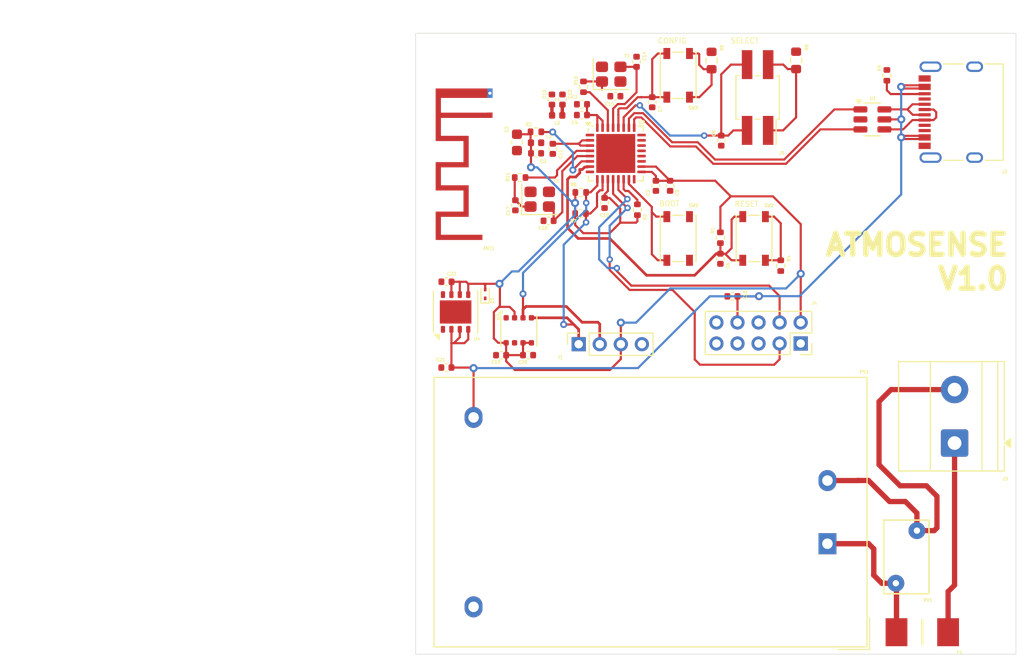
<source format=kicad_pcb>
(kicad_pcb (version 20241229) (generator "pcbnew") (generator_version "9.0")
  (layers (0 "F.Cu" signal) (4 "In1.Cu" signal) (6 "In2.Cu" signal) (2 "B.Cu" signal) (13 "F.Paste" user) (15 "B.Paste" user) (5 "F.SilkS" user "F.Silkscreen") (7 "B.SilkS" user "B.Silkscreen") (1 "F.Mask" user) (3 "B.Mask" user) (25 "Edge.Cuts" user))
  (net 0 "")
  (net 1 "GND")
  (net 2 "/RF_ANT")
  (net 3 "/CHIP_EN")
  (net 4 "/CFG_SW")
  (net 5 "/SEL_SW")
  (net 6 "/VDD3P3ESP")
  (net 7 "/LNA_IN")
  (net 8 "/XTAL_N")
  (net 9 "Net-(C15-Pad1)")
  (net 10 "/XTAL_32_N")
  (net 11 "Net-(C17-Pad1)")
  (net 12 "+5V")
  (net 13 "+3.3V")
  (net 14 "/CC1")
  (net 15 "/D-")
  (net 16 "/D+")
  (net 19 "Net-(J3-Pin_2)")
  (net 20 "Net-(J3-Pin_1)")
  (net 21 "Net-(PS1-AC{slash}L)")
  (net 22 "/GPI08")
  (net 23 "/GPI02")
  (net 24 "Net-(R4-Pad1)")
  (net 25 "Net-(R5-Pad1)")
  (net 26 "/SCL")
  (net 27 "/SDA")
  (net 28 "/XTAL_P")
  (net 29 "/XTAL_32_P")
  (net 30 "/GPI09")
  (net 32 "/USB_DP")
  (net 33 "/RX_PMS")
  (net 40 "/USB_DN")
  (net 41 "/TX_PMS")
  (net 48 "Net-(J5-Pin_1)")
  (footprint "Connector_PinSocket_2.00mm:PinSocket_2x02_P2.00mm_Vertical_SMD" (layer "F.Cu") (at 131.471448 57.106701 -90)
    (property "Reference" "J5")
    (property "Value" "Conn_01x04_Pin")
  )
  (footprint "Resistor_SMD:R_0402_1005Metric" (layer "F.Cu") (at 143.743082 55 90)
    (property "Reference" "R9")
    (property "Value" "5K1")
  )
  (footprint "Capacitor_SMD:C_0402_1005Metric" (layer "F.Cu") (at 128.017424 61.205025 -90)
    (property "Reference" "C8")
    (property "Value" "1uF")
  )
  (footprint "Resistor_SMD:R_0402_1005Metric" (layer "F.Cu") (at 114.673191 66.121703)
    (property "Reference" "R8")
    (property "Value" "2.2K")
  )
  (footprint "Resistor_SMD:R_0402_1005Metric" (layer "F.Cu") (at 133.66594 73.088173 -90)
    (property "Reference" "R4")
    (property "Value" "1K")
  )
  (footprint "Capacitor_SMD:C_0402_1005Metric" (layer "F.Cu") (at 117.964848 56.982479)
    (property "Reference" "C15")
    (property "Value" "10pF")
  )
  (footprint "Capacitor_SMD:C_0402_1005Metric" (layer "F.Cu") (at 107.113967 81.595202 180)
    (property "Reference" "C19")
    (property "Value" "100nF")
  )
  (footprint "Button_Switch_SMD:SW_SPST_PTS810" (layer "F.Cu") (at 123.926738 70.5 90)
    (property "Reference" "SW1")
    (property "Value" "SW_Push")
  )
  (footprint "Capacitor_SMD:C_0402_1005Metric" (layer "F.Cu") (at 112.94 57.302499 90)
    (property "Reference" "C13")
    (property "Value" "TBD")
  )
  (footprint "Capacitor_SMD:C_0402_1005Metric" (layer "F.Cu") (at 101.927564 74.614879 180)
    (property "Reference" "C22")
    (property "Value" "10nF")
  )
  (footprint "Resistor_SMD:R_0402_1005Metric" (layer "F.Cu") (at 108.919431 64.709805)
    (property "Reference" "R11")
    (property "Value" "0R")
  )
  (footprint "Capacitor_SMD:C_0402_1005Metric" (layer "F.Cu") (at 119.976792 53.711458 -90)
    (property "Reference" "C14")
    (property "Value" "10pF")
  )
  (footprint "Capacitor_SMD:C_0402_1005Metric" (layer "F.Cu") (at 121.812019 65.5 -90)
    (property "Reference" "C2")
    (property "Value" "100nF")
  )
  (footprint "Resistor_SMD:R_0402_1005Metric" (layer "F.Cu") (at 120.055412 67.770879 -90)
    (property "Reference" "R2")
    (property "Value" "45K")
  )
  (footprint "Connector_USB:USB_C_Receptacle_XKB_U262-16XN-4BVC11" (layer "F.Cu") (at 151 58.5 90)
    (property "Reference" "J2")
    (property "Value" "USB-C")
  )
  (footprint "Diode_SMD:D_SOD-923" (layer "F.Cu") (at 105.604355 75.774407 90)
    (property "Reference" "D1")
    (property "Value" "ESD")
  )
  (footprint "TerminalBlock_Phoenix:TerminalBlock_Phoenix_MKDS-1,5-2-5.08_1x02_P5.08mm_Horizontal" (layer "F.Cu") (at 150.1725 89.943514 90)
    (property "Reference" "J3")
    (property "Value" "TB007-508-02BE")
  )
  (footprint "Resistor_SMD:R_0402_1005Metric" (layer "F.Cu") (at 114.656915 68.131783)
    (property "Reference" "R7")
    (property "Value" "2.2K")
  )
  (footprint "Capacitor_SMD:C_0402_1005Metric" (layer "F.Cu") (at 127.93577 72.430478 -90)
    (property "Reference" "C6")
    (property "Value" "1uF")
  )
  (footprint "Inductor_SMD:L_0402_1005Metric" (layer "F.Cu") (at 110.433168 61.407817)
    (property "Reference" "L1")
    (property "Value" "2nH")
  )
  (footprint "Capacitor_SMD:C_0402_1005Metric" (layer "F.Cu") (at 109.676121 81.589189)
    (property "Reference" "C20")
    (property "Value" "1uF")
  )
  (footprint "Capacitor_SMD:C_0402_1005Metric" (layer "F.Cu") (at 110.433168 62.407817)
    (property "Reference" "C5")
    (property "Value" "100nF")
  )
  (footprint "Capacitor_SMD:C_0402_1005Metric" (layer "F.Cu") (at 129.080013 76.001732 180)
    (property "Reference" "C18")
    (property "Value" "10uF")
  )
  (footprint "Capacitor_SMD:C_0402_1005Metric" (layer "F.Cu") (at 111.94 57.302499 90)
    (property "Reference" "C12")
    (property "Value" "TBD")
  )
  (footprint "Resistor_SMD:R_0402_1005Metric" (layer "F.Cu") (at 127.937187 70.430478 -90)
    (property "Reference" "R1")
    (property "Value" "10K")
  )
  (footprint "Capacitor_SMD:C_0603_1608Metric" (layer "F.Cu") (at 108.619165 61.373628 -90)
    (property "Reference" "C3")
    (property "Value" "10uF")
  )
  (footprint "Capacitor_SMD:C_0402_1005Metric" (layer "F.Cu") (at 108.469641 67.351364 -90)
    (property "Reference" "C17")
    (property "Value" "18pF")
  )
  (footprint "Button_Switch_SMD:SW_SPST_PTS810" (layer "F.Cu") (at 123.925 55 -90)
    (property "Reference" "SW3")
    (property "Value" "SW_Push")
  )
  (footprint "Capacitor_SMD:C_0402_1005Metric" (layer "F.Cu") (at 116.937602 67.126371 -90)
    (property "Reference" "C10")
    (property "Value" "100nF")
  )
  (footprint "Inductor_SMD:L_0402_1005Metric" (layer "F.Cu") (at 112.44 58.802499)
    (property "Reference" "L2")
    (property "Value" "TBD")
  )
  (footprint "RF_Antenna:Texas_SWRA117D_2.4GHz_Left" (layer "F.Cu") (at 106.05 58.797141 90)
    (property "Reference" "ANT1")
    (property "Value" "PCB_ANT")
  )
  (footprint "Capacitor_SMD:C_0402_1005Metric" (layer "F.Cu") (at 114.79485 57.748191 180)
    (property "Reference" "C1")
    (property "Value" "1uF")
  )
  (footprint "Capacitor_SMD:C_0402_1005Metric" (layer "F.Cu") (at 101.918706 82.769644 180)
    (property "Reference" "C21")
    (property "Value" "10nF")
  )
  (footprint "Capacitor_SMD:C_0402_1005Metric" (layer "F.Cu") (at 111.624133 68.822745)
    (property "Reference" "C16")
    (property "Value" "18pF")
  )
  (footprint "Converter_ACDC:Converter_ACDC_Hi-Link_HLK-5Mxx" (layer "F.Cu") (at 138.1 99.507463 180)
    (property "Reference" "PS1")
    (property "Value" "HLK-5M05")
  )
  (footprint "Resistor_SMD:R_0402_1005Metric" (layer "F.Cu") (at 114.935952 56.092135 -90)
    (property "Reference" "R10")
    (property "Value" "0R")
  )
  (footprint "Resistor_SMD:R_0603_1608Metric" (layer "F.Cu") (at 135.125018 53.578862 90)
    (property "Reference" "R6")
    (property "Value" "1K")
  )
  (footprint "Capacitor_SMD:C_0402_1005Metric" (layer "F.Cu") (at 112.020682 61.983313 -90)
    (property "Reference" "C11")
    (property "Value" "100nF")
  )
  (footprint "Resistor_SMD:R_0402_1005Metric" (layer "F.Cu") (at 110.420215 60.370245 180)
    (property "Reference" "R3")
    (property "Value" "45K")
  )
  (footprint "Capacitor_SMD:C_0402_1005Metric" (layer "F.Cu") (at 114.790344 58.773162 180)
    (property "Reference" "C4")
    (property "Value" "10nF")
  )
  (footprint "Connector_PinSocket_2.00mm:PinSocket_2x05_P2.00mm_Vertical" (layer "F.Cu") (at 135.559827 80.482831 -90)
    (property "Reference" "J4")
    (property "Value" "Conn_02x05_Top_Bottom")
  )
  (footprint "Connector_PinSocket_2.00mm:PinSocket_1x04_P2.00mm_Vertical" (layer "F.Cu") (at 114.481649 80.549155 90)
    (property "Reference" "J1")
    (property "Value" "Conn_01x04_Pin")
  )
  (footprint "Capacitor_SMD:C_0402_1005Metric" (layer "F.Cu") (at 123.161796 65.495554 -90)
    (property "Reference" "C9")
    (property "Value" "1uF")
  )
  (footprint "Package_LGA:Bosch_LGA-8_3x3mm_P0.8mm_ClockwisePinNumbering" (layer "F.Cu") (at 108.793615 79.228632)
    (property "Reference" "U3")
    (property "Value" "BME680")
  )
  (footprint "Resistor_SMD:R_0603_1608Metric" (layer "F.Cu") (at 127.097706 53.594203 90)
    (property "Reference" "R5")
    (property "Value" "1K")
  )
  (footprint "SamacSys_Parts:FUSC6125X236N" (layer "F.Cu") (at 147.10771 107.916677 180)
    (property "Reference" "F1")
    (property "Value" "SF-2410SP050W-2" (hide yes))
  )
  (footprint "Button_Switch_SMD:SW_SPST_PTS810" (layer "F.Cu") (at 131.135851 70.5 90)
    (property "Reference" "SW2")
    (property "Value" "SW_Push")
  )
  (footprint "Crystal:Crystal_SMD_2520-4Pin_2.5x2.0mm" (layer "F.Cu") (at 117.56898 54.889926)
    (property "Reference" "Y1")
    (property "Value" "ECS-400-10-36B2-CKM-TR")
  )
  (footprint "Varistor:RV_Disc_D7mm_W4.3mm_P5mm" (layer "F.Cu") (at 144.596913 103.264765 90)
    (property "Reference" "RV1")
    (property "Value" "Varistor")
  )
  (footprint "Crystal:Crystal_SMD_2520-4Pin_2.5x2.0mm" (layer "F.Cu") (at 110.784159 66.770245)
    (property "Reference" "Y2")
    (property "Value" "Crystal")
  )
  (footprint "Package_TO_SOT_SMD:SOT-23-6" (layer "F.Cu") (at 142.370791 59.187496)
    (property "Reference" "U1")
    (property "Value" "USBLC6-2SC6")
  )
  (footprint "Package_DFN_QFN:QFN-32-1EP_5x5mm_P0.5mm_EP3.7x3.7mm" (layer "F.Cu") (at 118 62.425)
    (property "Reference" "U2")
    (property "Value" "ESP32-C3FH4")
  )
  (footprint "Capacitor_SMD:C_0402_1005Metric" (layer "F.Cu") (at 121.461848 57.556134 -90)
    (property "Reference" "C7")
    (property "Value" "1uF")
  )
  (footprint "Package_SON:WSON-8-1EP_4x4mm_P0.8mm_EP2.2x3mm" (layer "F.Cu") (at 102.793678 77.48625 90)
    (property "Reference" "U4")
    (property "Value" "LM1117LD-3.3")
  )
  (gr_rect (start 99 51) (end 156 110) (stroke (width 0.05)) (fill no) (layer "Edge.Cuts"))
  (gr_text "BOOT" (at 122.087006 67.480766 0) (layer "F.SilkS") (effects (font (size 0.5 0.5) (thickness 0.075)) (justify left bottom)))
  (gr_text "ATMOSENSE\nV1.0" (at 155.5 75.5 0) (layer "F.SilkS") (effects (font (size 2 2) (thickness 0.5) (bold yes)) (justify right bottom)))
  (gr_text "SELECT" (at 128.869886 52 0) (layer "F.SilkS") (effects (font (size 0.5 0.5) (thickness 0.075)) (justify left bottom)))
  (gr_text "RESET" (at 129.257668 67.512818 0) (layer "F.SilkS") (effects (font (size 0.5 0.5) (thickness 0.075)) (justify left bottom)))
  (gr_text "CONFIG" (at 121.963463 52.007113 0) (layer "F.SilkS") (effects (font (size 0.5 0.5) (thickness 0.075)) (justify left bottom)))
  (segment (start 111.94 58.787499) (end 111.955 58.802499) (width 0.32512) (layer "F.Cu") (net 2))
  (segment (start 111.94 57.782499) (end 111.94 58.787499) (width 0.32512) (layer "F.Cu") (net 2))
  (segment (start 114.198961 64.6614) (end 113.651039 64.6614) (width 0.254) (layer "F.Cu") (net 3))
  (segment (start 120.925 74) (end 125.493449 74) (width 0.254) (layer "F.Cu") (net 3))
  (segment (start 114.5864 63.950672) (end 114.5864 64.273961) (width 0.254) (layer "F.Cu") (net 3))
  (segment (start 113.64482 64.65518) (end 113.425 64.875) (width 0.254) (layer "F.Cu") (net 3))
  (segment (start 115.047692 63.7188) (end 114.8188 63.947692) (width 0.254) (layer "F.Cu") (net 3))
  (segment (start 129.273073 68.425) (end 130.060851 68.425) (width 0.2032) (layer "F.Cu") (net 3))
  (segment (start 128.675 72.25) (end 129 72.575) (width 0.2032) (layer "F.Cu") (net 3))
  (segment (start 113.651039 64.6614) (end 113.64482 64.65518) (width 0.254) (layer "F.Cu") (net 3))
  (segment (start 114.5864 64.273961) (end 114.198961 64.6614) (width 0.254) (layer "F.Cu") (net 3))
  (segment (start 115.312593 63.675) (end 115.268793 63.7188) (width 0.254) (layer "F.Cu") (net 3))
  (segment (start 127.937187 71.949061) (end 127.93577 71.950478) (width 0.2032) (layer "F.Cu") (net 3))
  (segment (start 129 68.698073) (end 129.273073 68.425) (width 0.2032) (layer "F.Cu") (net 3))
  (segment (start 114.425 70.5) (end 117.425 70.5) (width 0.254) (layer "F.Cu") (net 3))
  (segment (start 127.937187 70.940478) (end 127.937187 71.949061) (width 0.2032) (layer "F.Cu") (net 3))
  (segment (start 125.493449 74) (end 127.542971 71.950478) (width 0.254) (layer "F.Cu") (net 3))
  (segment (start 115.268793 63.7188) (end 115.047692 63.7188) (width 0.254) (layer "F.Cu") (net 3))
  (segment (start 127.93577 71.950478) (end 128.375478 71.950478) (width 0.2032) (layer "F.Cu") (net 3))
  (segment (start 113.425 64.875) (end 113.425 69.5) (width 0.254) (layer "F.Cu") (net 3))
  (segment (start 128.425 72) (end 129 71.425) (width 0.2032) (layer "F.Cu") (net 3))
  (segment (start 117.425 70.5) (end 120.925 74) (width 0.254) (layer "F.Cu") (net 3))
  (segment (start 127.542971 71.950478) (end 127.93577 71.950478) (width 0.254) (layer "F.Cu") (net 3))
  (segment (start 114.58938 63.947692) (end 114.5864 63.950672) (width 0.254) (layer "F.Cu") (net 3))
  (segment (start 129 71.425) (end 129 68.698073) (width 0.2032) (layer "F.Cu") (net 3))
  (segment (start 114.8188 63.947692) (end 114.58938 63.947692) (width 0.254) (layer "F.Cu") (net 3))
  (segment (start 128.375478 71.950478) (end 128.425 72) (width 0.2032) (layer "F.Cu") (net 3))
  (segment (start 115.55 63.675) (end 115.312593 63.675) (width 0.254) (layer "F.Cu") (net 3))
  (segment (start 129 72.575) (end 130.060851 72.575) (width 0.2032) (layer "F.Cu") (net 3))
  (segment (start 128.425 72) (end 128.675 72.25) (width 0.2032) (layer "F.Cu") (net 3))
  (segment (start 113.425 69.5) (end 114.425 70.5) (width 0.254) (layer "F.Cu") (net 3))
  (segment (start 118.247458 58.746346) (end 118.247458 58.25143) (width 0.2032) (layer "F.Cu") (net 4))
  (segment (start 122.848866 57.076134) (end 122.85 57.075) (width 0.2032) (layer "F.Cu") (net 4))
  (segment (start 120.427246 57.076134) (end 121.461848 57.076134) (width 0.2032) (layer "F.Cu") (net 4))
  (segment (start 118.25 59.975) (end 118.25 58.748888) (width 0.2032) (layer "F.Cu") (net 4))
  (segment (start 120.425 57.073888) (end 120.427246 57.076134) (width 0.2032) (layer "F.Cu") (net 4))
  (segment (start 122 52.925) (end 122.85 52.925) (width 0.2032) (layer "F.Cu") (net 4))
  (segment (start 121.461848 53.463152) (end 122 52.925) (width 0.2032) (layer "F.Cu") (net 4))
  (segment (start 119.027868 58.134055) (end 120.085241 57.076682) (width 0.2032) (layer "F.Cu") (net 4))
  (segment (start 118.364833 58.134055) (end 119.027868 58.134055) (width 0.2032) (layer "F.Cu") (net 4))
  (segment (start 120.085241 57.076682) (end 120.422206 57.076682) (width 0.2032) (layer "F.Cu") (net 4))
  (segment (start 118.25 58.748888) (end 118.247458 58.746346) (width 0.2032) (layer "F.Cu") (net 4))
  (segment (start 121.461848 57.076134) (end 121.461848 53.463152) (width 0.2032) (layer "F.Cu") (net 4))
  (segment (start 121.461848 57.076134) (end 122.848866 57.076134) (width 0.2032) (layer "F.Cu") (net 4))
  (segment (start 122.848497 57.076503) (end 122.85 57.075) (width 0.2032) (layer "F.Cu") (net 4))
  (segment (start 120.422206 57.076682) (end 120.425 57.073888) (width 0.2032) (layer "F.Cu") (net 4))
  (segment (start 118.247458 58.25143) (end 118.364833 58.134055) (width 0.2032) (layer "F.Cu") (net 4))
  (segment (start 118.75 58.988073) (end 118.75 59.975) (width 0.2032) (layer "F.Cu") (net 5))
  (segment (start 129.173535 60.231701) (end 130.471448 60.231701) (width 0.2032) (layer "F.Cu") (net 5))
  (segment (start 128.016586 60.724187) (end 128.017424 60.725025) (width 0.2032) (layer "F.Cu") (net 5))
  (segment (start 128.017424 54.907576) (end 128.943299 53.981701) (width 0.2032) (layer "F.Cu") (net 5))
  (segment (start 130.458213 60.244936) (end 130.471448 60.231701) (width 0.2032) (layer "F.Cu") (net 5))
  (segment (start 120.280679 57.853859) (end 119.884214 57.853859) (width 0.2032) (layer "F.Cu") (net 5))
  (segment (start 128.943299 53.981701) (end 130.471448 53.981701) (width 0.2032) (layer "F.Cu") (net 5))
  (segment (start 128.680211 60.725025) (end 129.173535 60.231701) (width 0.2032) (layer "F.Cu") (net 5))
  (segment (start 128.017424 60.725025) (end 128.017424 54.907576) (width 0.2032) (layer "F.Cu") (net 5))
  (segment (start 128.017424 60.725025) (end 128.680211 60.725025) (width 0.2032) (layer "F.Cu") (net 5))
  (segment (start 126.399201 60.724187) (end 128.016586 60.724187) (width 0.2032) (layer "F.Cu") (net 5))
  (segment (start 119.884214 57.853859) (end 118.75 58.988073) (width 0.2032) (layer "F.Cu") (net 5))
  (via (at 120.280679 57.853859) (size 0.6096) (drill 0.3048) (layers "F.Cu" "B.Cu") (net 5))
  (via (at 126.399201 60.724187) (size 0.6096) (drill 0.3048) (layers "F.Cu" "B.Cu") (net 5))
  (segment (start 123.151007 60.724187) (end 126.399201 60.724187) (width 0.2032) (layer "B.Cu") (net 5))
  (segment (start 120.280679 57.853859) (end 123.151007 60.724187) (width 0.2032) (layer "B.Cu") (net 5))
  (segment (start 114.657886 61.675) (end 115.55 61.675) (width 0.2032) (layer "F.Cu") (net 6))
  (segment (start 112.020682 61.503313) (end 114.486199 61.503313) (width 0.2032) (layer "F.Cu") (net 6))
  (segment (start 114.486199 61.503313) (end 114.657886 61.675) (width 0.2032) (layer "F.Cu") (net 6))
  (segment (start 115.55 61.175) (end 114.814512 61.175) (width 0.2032) (layer "F.Cu") (net 6))
  (segment (start 114.814512 61.175) (end 114.486199 61.503313) (width 0.2032) (layer "F.Cu") (net 6))
  (segment (start 112.925 57.797499) (end 112.94 57.782499) (width 0.32512) (layer "F.Cu") (net 7))
  (segment (start 112.925 58.802499) (end 112.925 57.797499) (width 0.32512) (layer "F.Cu") (net 7))
  (segment (start 119.976792 56.611243) (end 119.976792 54.191458) (width 0.2) (layer "F.Cu") (net 8))
  (segment (start 119.976792 54.191458) (end 118.445512 54.191458) (width 0.2) (layer "F.Cu") (net 8))
  (segment (start 117.75 59.975) (end 117.75 58.175) (width 0.2) (layer "F.Cu") (net 8))
  (segment (start 118.445512 54.191458) (end 118.44398 54.189926) (width 0.2) (layer "F.Cu") (net 8))
  (segment (start 118.196745 57.728255) (end 118.85978 57.728255) (width 0.2) (layer "F.Cu") (net 8))
  (segment (start 118.75813 54.225344) (end 118.756598 54.223812) (width 0.2) (layer "F.Cu") (net 8))
  (segment (start 117.75 58.175) (end 118.196745 57.728255) (width 0.2) (layer "F.Cu") (net 8))
  (segment (start 118.85978 57.728255) (end 119.976792 56.611243) (width 0.2) (layer "F.Cu") (net 8))
  (segment (start 117.002135 55.628275) (end 117.006598 55.623812) (width 0.2032) (layer "F.Cu") (net 9))
  (segment (start 117.002923 55.627487) (end 117.006598 55.623812) (width 0.2032) (layer "F.Cu") (net 9))
  (segment (start 117.002101 55.628309) (end 117.006598 55.623812) (width 0.2032) (layer "F.Cu") (net 9))
  (segment (start 116.69398 55.589926) (end 116.69398 56.341321) (width 0.2032) (layer "F.Cu") (net 9))
  (segment (start 116.69398 56.341321) (end 116.693517 56.341784) (width 0.2032) (layer "F.Cu") (net 9))
  (segment (start 116.686189 55.582135) (end 116.69398 55.589926) (width 0.2032) (layer "F.Cu") (net 9))
  (segment (start 114.935952 55.582135) (end 116.686189 55.582135) (width 0.2032) (layer "F.Cu") (net 9))
  (segment (start 112.104133 67.915219) (end 111.659159 67.470245) (width 0.2) (layer "F.Cu") (net 10))
  (segment (start 112.925 68.001878) (end 112.925 64.102822) (width 0.2) (layer "F.Cu") (net 10))
  (segment (start 112.104133 68.822745) (end 112.925 68.001878) (width 0.2) (layer "F.Cu") (net 10))
  (segment (start 114.352822 62.675) (end 115.55 62.675) (width 0.2) (layer "F.Cu") (net 10))
  (segment (start 112.925 64.102822) (end 114.352822 62.675) (width 0.2) (layer "F.Cu") (net 10))
  (segment (start 112.104133 68.822745) (end 112.104133 67.915219) (width 0.2) (layer "F.Cu") (net 10))
  (segment (start 109.068522 67.470245) (end 108.469641 66.871364) (width 0.2032) (layer "F.Cu") (net 11))
  (segment (start 108.409431 66.811154) (end 108.469641 66.871364) (width 0.2032) (layer "F.Cu") (net 11))
  (segment (start 109.909159 67.470245) (end 109.068522 67.470245) (width 0.2032) (layer "F.Cu") (net 11))
  (segment (start 108.409431 64.709805) (end 108.409431 66.811154) (width 0.2032) (layer "F.Cu") (net 11))
  (segment (start 145.260702 56.25) (end 147.33 56.25) (width 0.2032) (layer "F.Cu") (net 12))
  (segment (start 102.398706 80.455745) (end 102.398706 82.769644) (width 0.2032) (layer "F.Cu") (net 12))
  (segment (start 129.559827 76.365173) (end 129.559827 78.482831) (width 0.2032) (layer "F.Cu") (net 12))
  (segment (start 145.244272 55.95) (end 147.33 55.95) (width 0.2032) (layer "F.Cu") (net 12))
  (segment (start 129.560013 76.001732) (end 129.560013 76.364987) (width 0.2032) (layer "F.Cu") (net 12))
  (segment (start 103.993678 79.13625) (end 103.993678 80.086795) (width 0.2032) (layer "F.Cu") (net 12))
  (segment (start 145.099387 59.187496) (end 145.107522 59.179361) (width 0.2032) (layer "F.Cu") (net 12))
  (segment (start 145.102487 56.091785) (end 145.260702 56.25) (width 0.2032) (layer "F.Cu") (net 12))
  (segment (start 103.193678 79.886795) (end 102.62656 80.453913) (width 0.2032) (layer "F.Cu") (net 12))
  (segment (start 143.508291 59.187496) (end 145.099387 59.187496) (width 0.2032) (layer "F.Cu") (net 12))
  (segment (start 103.62656 80.453913) (end 102.62656 80.453913) (width 0.2032) (layer "F.Cu") (net 12))
  (segment (start 145.102487 56.091785) (end 145.244272 55.95) (width 0.2032) (layer "F.Cu") (net 12))
  (segment (start 129.560013 76.364987) (end 129.559827 76.365173) (width 0.2032) (layer "F.Cu") (net 12))
  (segment (start 103.993678 80.086795) (end 103.62656 80.453913) (width 0.2032) (layer "F.Cu") (net 12))
  (segment (start 102.400538 79.14311) (end 102.393678 79.13625) (width 0.2032) (layer "F.Cu") (net 12))
  (segment (start 145.244915 60.75) (end 145.102687 60.892228) (width 0.2032) (layer "F.Cu") (net 12))
  (segment (start 147.33 61.05) (end 145.260459 61.05) (width 0.2032) (layer "F.Cu") (net 12))
  (segment (start 131.603068 75.985873) (end 131.587209 76.001732) (width 0.2032) (layer "F.Cu") (net 12))
  (segment (start 147.33 60.75) (end 145.244915 60.75) (width 0.2032) (layer "F.Cu") (net 12))
  (segment (start 102.400538 80.453913) (end 102.400538 79.14311) (width 0.2032) (layer "F.Cu") (net 12))
  (segment (start 131.587209 76.001732) (end 129.560013 76.001732) (width 0.2032) (layer "F.Cu") (net 12))
  (segment (start 103.193678 79.13625) (end 103.193678 79.886795) (width 0.2032) (layer "F.Cu") (net 12))
  (segment (start 102.62656 80.453913) (end 102.400538 80.453913) (width 0.2032) (layer "F.Cu") (net 12))
  (segment (start 104.447036 82.769644) (end 104.5 82.822608) (width 0.2032) (layer "F.Cu") (net 12))
  (segment (start 102.400538 80.453913) (end 102.398706 80.455745) (width 0.2032) (layer "F.Cu") (net 12))
  (segment (start 104.5 82.822608) (end 104.5 87.507463) (width 0.2032) (layer "F.Cu") (net 12))
  (segment (start 102.398706 82.769644) (end 104.447036 82.769644) (width 0.2032) (layer "F.Cu") (net 12))
  (segment (start 145.260459 61.05) (end 145.102687 60.892228) (width 0.2032) (layer "F.Cu") (net 12))
  (via (at 145.107522 59.179361) (size 0.762) (drill 0.381) (layers "F.Cu" "B.Cu") (net 12))
  (via (at 145.102687 60.892228) (size 0.762) (drill 0.381) (layers "F.Cu" "B.Cu") (net 12))
  (via (at 145.102487 56.091785) (size 0.762) (drill 0.381) (layers "F.Cu" "B.Cu") (net 12))
  (via (at 131.603068 75.985873) (size 0.762) (drill 0.381) (layers "F.Cu" "B.Cu") (net 12))
  (via (at 104.5 82.822608) (size 0.762) (drill 0.381) (layers "F.Cu" "B.Cu") (net 12))
  (segment (start 145.102687 59.184196) (end 145.107522 59.179361) (width 0.2032) (layer "B.Cu") (net 12))
  (segment (start 131.588941 76) (end 131.603068 75.985873) (width 0.2032) (layer "B.Cu") (net 12))
  (segment (start 145.102487 56.091785) (end 145.102487 59.174326) (width 0.2032) (layer "B.Cu") (net 12))
  (segment (start 145.102687 60.892228) (end 145.102687 59.184196) (width 0.2032) (layer "B.Cu") (net 12))
  (segment (start 104.5 82.822608) (end 120.102392 82.822608) (width 0.2032) (layer "B.Cu") (net 12))
  (segment (start 131.603068 75.985873) (end 135.441093 75.985873) (width 0.2032) (layer "B.Cu") (net 12))
  (segment (start 135.441093 75.985873) (end 145.102687 66.324279) (width 0.2032) (layer "B.Cu") (net 12))
  (segment (start 120.102392 82.822608) (end 126.925 76) (width 0.2032) (layer "B.Cu") (net 12))
  (segment (start 145.102487 59.174326) (end 145.107522 59.179361) (width 0.2032) (layer "B.Cu") (net 12))
  (segment (start 126.925 76) (end 131.588941 76) (width 0.2032) (layer "B.Cu") (net 12))
  (segment (start 145.102687 66.324279) (end 145.102687 60.892228) (width 0.2032) (layer "B.Cu") (net 12))
  (segment (start 105.604355 74.931708) (end 105.479873 74.807226) (width 0.2032) (layer "F.Cu") (net 13))
  (segment (start 117.925 69.5) (end 117.425 70) (width 0.2032) (layer "F.Cu") (net 13))
  (segment (start 114.146915 69.221915) (end 114.146915 68.131783) (width 0.2032) (layer "F.Cu") (net 13))
  (segment (start 121.812019 65.02) (end 123.15735 65.02) (width 0.2032) (layer "F.Cu") (net 13))
  (segment (start 109.953168 62.407817) (end 109.953168 61.412817) (width 0.2032) (layer "F.Cu") (net 13))
  (segment (start 106.419425 80.005575) (end 106.425 80) (width 0.2032) (layer "F.Cu") (net 13))
  (segment (start 121.812019 65.02) (end 121.812019 64.562815) (width 0.2032) (layer "F.Cu") (net 13))
  (segment (start 109.196121 81.589189) (end 109.196121 80.418638) (width 0.2032) (layer "F.Cu") (net 13))
  (segment (start 135.564079 69.139079) (end 132.925 66.5) (width 0.2032) (layer "F.Cu") (net 13))
  (segment (start 123.15735 65.02) (end 123.161796 65.015554) (width 0.2032) (layer "F.Cu") (net 13))
  (segment (start 107.593967 80.416484) (end 107.593615 80.416132) (width 0.2032) (layer "F.Cu") (net 13))
  (segment (start 119.925 69) (end 118.425 69) (width 0.2032) (layer "F.Cu") (net 13))
  (segment (start 115.270344 58.773162) (end 115.270344 57.752697) (width 0.2032) (layer "F.Cu") (net 13))
  (segment (start 120.055412 68.869588) (end 119.925 69) (width 0.2032) (layer "F.Cu") (net 13))
  (segment (start 123.161796 65.015554) (end 123.152107 65.015554) (width 0.2032) (layer "F.Cu") (net 13))
  (segment (start 121.812019 64.562815) (end 121.424204 64.175) (width 0.2032) (layer "F.Cu") (net 13))
  (segment (start 102.393678 74.628765) (end 102.407564 74.614879) (width 0.2032) (layer "F.Cu") (net 13))
  (segment (start 104.773438 74.806845) (end 104.773057 74.807226) (width 0.2032) (layer "F.Cu") (net 13))
  (segment (start 109.681832 60.598628) (end 109.910215 60.370245) (width 0.2032) (layer "F.Cu") (net 13))
  (segment (start 135.559827 75.961872) (end 135.559827 76) (width 0.2032) (layer "F.Cu") (net 13))
  (segment (start 128.925 66.5) (end 127.937187 67.487813) (width 0.2032) (layer "F.Cu") (net 13))
  (segment (start 118.481649 78.5) (end 118.481649 80.549155) (width 0.2032) (layer "F.Cu") (net 13))
  (segment (start 114.163191 67.103697) (end 114.1362 67.130688) (width 0.2032) (layer "F.Cu") (net 13))
  (segment (start 120.055412 68.280879) (end 120.055412 68.869588) (width 0.2032) (layer "F.Cu") (net 13))
  (segment (start 109.196121 81.589189) (end 107.59998 81.589189) (width 0.2032) (layer "F.Cu") (net 13))
  (segment (start 109.196121 80.418638) (end 109.193615 80.416132) (width 0.2032) (layer "F.Cu") (net 13))
  (segment (start 109.910215 60.370245) (end 109.910215 61.369864) (width 0.2032) (layer "F.Cu") (net 13))
  (segment (start 107.593967 81.595202) (end 107.593967 80.416484) (width 0.2032) (layer "F.Cu") (net 13))
  (segment (start 117.25 64.875) (end 117.25 65.999303) (width 0.2032) (layer "F.Cu") (net 13))
  (segment (start 132.925 66.5) (end 128.925 66.5) (width 0.2032) (layer "F.Cu") (net 13))
  (segment (start 106.425 80) (end 106.841132 80.416132) (width 0.2032) (layer "F.Cu") (net 13))
  (segment (start 114.146915 67.141403) (end 114.1362 67.130688) (width 0.2032) (layer "F.Cu") (net 13))
  (segment (start 117.25 65.999303) (end 116.937602 66.311701) (width 0.2032) (layer "F.Cu") (net 13))
  (segment (start 107.593967 81.595202) (end 107.593967 82.168967) (width 0.2032) (layer "F.Cu") (net 13))
  (segment (start 102.393678 75.83625) (end 102.393678 74.628765) (width 0.2032) (layer "F.Cu") (net 13))
  (segment (start 109.952571 62.408414) (end 109.953168 62.407817) (width 0.2032) (layer "F.Cu") (net 13))
  (segment (start 106.925 77) (end 106.425 77.5) (width 0.2032) (layer "F.Cu") (net 13))
  (segment (start 114.163191 66.121703) (end 114.163191 67.103697) (width 0.2032) (layer "F.Cu") (net 13))
  (segment (start 103.993678 75.83625) (end 103.993678 74.807226) (width 0.2032) (layer "F.Cu") (net 13))
  (segment (start 135.564079 73.860921) (end 135.564079 75.995748) (width 0.2032) (layer "F.Cu") (net 13))
  (segment (start 128.925 66.5) (end 127.440554 65.015554) (width 0.2032) (layer "F.Cu") (net 13))
  (segment (start 104.773057 74.807226) (end 103.993678 74.807226) (width 0.2032) (layer "F.Cu") (net 13))
  (segment (start 106.961061 74.807226) (end 107 74.846165) (width 0.2032) (layer "F.Cu") (net 13))
  (segment (start 117.442207 83) (end 118.481649 81.960559) (width 0.2032) (layer "F.Cu") (net 13))
  (segment (start 118.425 67.657519) (end 118.425 69) (width 0.2032) (layer "F.Cu") (net 13))
  (segment (start 118.481649 81.960559) (end 118.481649 80.549155) (width 0.2032) (layer "F.Cu") (net 13))
  (segment (start 106.425 77.5) (end 106.425 80) (width 0.2032) (layer "F.Cu") (net 13))
  (segment (start 106.841132 80.416132) (end 107.593615 80.416132) (width 0.2032) (layer "F.Cu") (net 13))
  (segment (start 117.425 70) (end 114.925 70) (width 0.2032) (layer "F.Cu") (net 13))
  (segment (start 105.604355 75.354407) (end 105.604355 74.931708) (width 0.2032) (layer "F.Cu") (net 13))
  (segment (start 106.961061 74.807226) (end 105.479873 74.807226) (width 0.2032) (layer "F.Cu") (net 13))
  (segment (start 105.479873 74.807226) (end 104.773057 74.807226) (width 0.2032) (layer "F.Cu") (net 13))
  (segment (start 114.146915 68.131783) (end 114.146915 67.141403) (width 0.2032) (layer "F.Cu") (net 13))
  (segment (start 121.811553 63.675) (end 120.45 63.675) (width 0.2032) (layer "F.Cu") (net 13))
  (segment (start 121.424204 64.175) (end 120.45 64.175) (width 0.2032) (layer "F.Cu") (net 13))
  (segment (start 116.75 59.975) (end 116.75 59.325) (width 0.2032) (layer "F.Cu") (net 13))
  (segment (start 103.193678 74.682132) (end 103.12656 74.615014) (width 0.2032) (layer "F.Cu") (net 13))
  (segment (start 107.925 77) (end 107 77) (width 0.2032) (layer "F.Cu") (net 13))
  (segment (start 107 77) (end 106.925 77) (width 0.2032) (layer "F.Cu") (net 13))
  (segment (start 115.270344 57.752697) (end 115.27485 57.748191) (width 0.2032) (layer "F.Cu") (net 13))
  (segment (start 108.393615 77.468615) (end 107.925 77) (width 0.2032) (layer "F.Cu") (net 13))
  (segment (start 117.413852 66.646371) (end 118.425 67.657519) (width 0.2032) (layer "F.Cu") (net 13))
  (segment (start 116.25 58.825) (end 116.198162 58.773162) (width 0.2032) (layer "F.Cu") (net 13))
  (segment (start 108.619165 60.598628) (end 109.681832 60.598628) (width 0.2032) (layer "F.Cu") (net 13))
  (segment (start 116.937602 66.646371) (end 117.413852 66.646371) (width 0.2032) (layer "F.Cu") (net 13))
  (segment (start 127.440554 65.015554) (end 123.161796 65.015554) (width 0.2032) (layer "F.Cu") (net 13))
  (segment (start 117.925 69.5) (end 118.425 69) (width 0.2032) (layer "F.Cu") (net 13))
  (segment (start 102.393678 74.531012) (end 102.396189 74.528501) (width 0.2032) (layer "F.Cu") (net 13))
  (segment (start 109.952571 63.7357) (end 109.952571 62.408414) (width 0.2032) (layer "F.Cu") (net 13))
  (segment (start 127.937187 67.487813) (end 127.937187 69.920478) (width 0.2032) (layer "F.Cu") (net 13))
  (segment (start 107.59998 81.589189) (end 107.593967 81.595202) (width 0.2032) (layer "F.Cu") (net 13))
  (segment (start 108.393615 78.041132) (end 108.393615 77.468615) (width 0.2032) (layer "F.Cu") (net 13))
  (segment (start 116.25 59.975) (end 116.25 58.825) (width 0.2032) (layer "F.Cu") (net 13))
  (segment (start 107 74.846165) (end 107 77) (width 0.2032) (layer "F.Cu") (net 13))
  (segment (start 109.953168 61.412817) (end 109.948168 61.407817) (width 0.2032) (layer "F.Cu") (net 13))
  (segment (start 109.993615 80.416132) (end 109.193615 80.416132) (width 0.2032) (layer "F.Cu") (net 13))
  (segment (start 116.198162 58.773162) (end 115.270344 58.773162) (width 0.2032) (layer "F.Cu") (net 13))
  (segment (start 123.152107 65.015554) (end 121.811553 63.675) (width 0.2032) (layer "F.Cu") (net 13))
  (segment (start 102.407564 74.614879) (end 103.126425 74.614879) (width 0.2032) (layer "F.Cu") (net 13))
  (segment (start 103.801466 74.615014) (end 103.12656 74.615014) (width 0.2032) (layer "F.Cu") (net 13))
  (segment (start 103.126425 74.614879) (end 103.12656 74.615014) (width 0.2032) (layer "F.Cu") (net 13))
  (segment (start 103.993678 74.807226) (end 103.801466 74.615014) (width 0.2032) (layer "F.Cu") (net 13))
  (segment (start 135.564079 75.995748) (end 135.559827 76) (width 0.2032) (layer "F.Cu") (net 13))
  (segment (start 135.559827 76) (end 135.559827 78.482831) (width 0.2032) (layer "F.Cu") (net 13))
  (segment (start 108.425 83) (end 117.442207 83) (width 0.2032) (layer "F.Cu") (net 13))
  (segment (start 116.75 59.325) (end 116.198162 58.773162) (width 0.2032) (layer "F.Cu") (net 13))
  (segment (start 109.910215 61.369864) (end 109.948168 61.407817) (width 0.2032) (layer "F.Cu") (net 13))
  (segment (start 135.564079 73.860921) (end 135.564079 69.139079) (width 0.2032) (layer "F.Cu") (net 13))
  (segment (start 103.193678 75.83625) (end 103.193678 74.682132) (width 0.2032) (layer "F.Cu") (net 13))
  (segment (start 107.593967 82.168967) (end 108.425 83) (width 0.2032) (layer "F.Cu") (net 13))
  (segment (start 116.937602 66.311701) (end 116.937602 66.646371) (width 0.2032) (layer "F.Cu") (net 13))
  (segment (start 114.925 70) (end 114.146915 69.221915) (width 0.2032) (layer "F.Cu") (net 13))
  (via (at 135.564079 73.860921) (size 0.762) (drill 0.381) (layers "F.Cu" "B.Cu") (net 13))
  (via (at 106.961061 74.807226) (size 0.762) (drill 0.381) (layers "F.Cu" "B.Cu") (net 13))
  (via (at 109.952571 63.7357) (size 0.762) (drill 0.381) (layers "F.Cu" "B.Cu") (net 13))
  (via (at 118.481649 78.5) (size 0.762) (drill 0.381) (layers "F.Cu" "B.Cu") (net 13))
  (via (at 114.1362 67.130688) (size 0.762) (drill 0.381) (layers "F.Cu" "B.Cu") (net 13))
  (segment (start 108.134144 73.634143) (end 108.760897 73.634143) (width 0.2032) (layer "B.Cu") (net 13))
  (segment (start 119.925 78.5) (end 118.481649 78.5) (width 0.2032) (layer "B.Cu") (net 13))
  (segment (start 114.1362 67.130688) (end 113.926742 67.130688) (width 0.2032) (layer "B.Cu") (net 13))
  (segment (start 135.564079 73.860921) (end 134.173701 75.251299) (width 0.2032) (layer "B.Cu") (net 13))
  (segment (start 134.173701 75.251299) (end 123.173701 75.251299) (width 0.2032) (layer "B.Cu") (net 13))
  (segment (start 114.1362 68.265937) (end 114.1362 67.130688) (width 0.2032) (layer "B.Cu") (net 13))
  (segment (start 110.531754 63.7357) (end 109.952571 63.7357) (width 0.2032) (layer "B.Cu") (net 13))
  (segment (start 113.926742 67.130688) (end 110.531754 63.7357) (width 0.2032) (layer "B.Cu") (net 13))
  (segment (start 108.760897 73.634143) (end 112.82044 69.5746) (width 0.2032) (layer "B.Cu") (net 13))
  (segment (start 112.82044 69.5746) (end 112.827537 69.5746) (width 0.2032) (layer "B.Cu") (net 13))
  (segment (start 123.173701 75.251299) (end 119.925 78.5) (width 0.2032) (layer "B.Cu") (net 13))
  (segment (start 106.961061 74.807226) (end 108.134144 73.634143) (width 0.2032) (layer "B.Cu") (net 13))
  (segment (start 112.827537 69.5746) (end 114.1362 68.265937) (width 0.2032) (layer "B.Cu") (net 13))
  (segment (start 143.743082 56.418454) (end 144.103213 56.778585) (width 0.2032) (layer "F.Cu") (net 14))
  (segment (start 144.103213 56.778585) (end 147.301415 56.778585) (width 0.2032) (layer "F.Cu") (net 14))
  (segment (start 143.743082 55.51) (end 143.743082 56.418454) (width 0.2032) (layer "F.Cu") (net 14))
  (segment (start 147.301415 56.778585) (end 147.33 56.75) (width 0.2032) (layer "F.Cu") (net 14))
  (segment (start 147.33 58.25) (end 148.176966 58.25) (width 0.2) (layer "F.Cu") (net 15))
  (segment (start 148.176966 59.25) (end 147.33 59.25) (width 0.2) (layer "F.Cu") (net 15))
  (segment (start 147.33 59.25) (end 146.176966 59.25) (width 0.2) (layer "F.Cu") (net 15))
  (segment (start 148.426966 59) (end 148.176966 59.25) (width 0.2) (layer "F.Cu") (net 15))
  (segment (start 148.426966 58.5) (end 148.426966 59) (width 0.2) (layer "F.Cu") (net 15))
  (segment (start 146.176966 59.25) (end 145.28947 60.137496) (width 0.2) (layer "F.Cu") (net 15))
  (segment (start 145.28947 60.137496) (end 143.508291 60.137496) (width 0.2) (layer "F.Cu") (net 15))
  (segment (start 148.176966 58.25) (end 148.426966 58.5) (width 0.2) (layer "F.Cu") (net 15))
  (segment (start 145.68947 58.237496) (end 143.508291 58.237496) (width 0.2) (layer "F.Cu") (net 16))
  (segment (start 147.33 57.75) (end 146.176966 57.75) (width 0.2) (layer "F.Cu") (net 16))
  (segment (start 147.33 58.75) (end 146.201974 58.75) (width 0.2) (layer "F.Cu") (net 16))
  (segment (start 146.201974 58.75) (end 145.68947 58.237496) (width 0.2) (layer "F.Cu") (net 16))
  (segment (start 146.176966 57.75) (end 145.68947 58.237496) (width 0.2) (layer "F.Cu") (net 16))
  (segment (start 148.5 98) (end 148.235235 98.264765) (width 0.500009) (layer "F.Cu") (net 19))
  (segment (start 141 93.5) (end 140.992537 93.507463) (width 0.500009) (layer "F.Cu") (net 19))
  (segment (start 144.136486 84.863514) (end 150.1725 84.863514) (width 0.500009) (layer "F.Cu") (net 19))
  (segment (start 145 94) (end 147.5 94) (width 0.500009) (layer "F.Cu") (net 19))
  (segment (start 145.5 95.5) (end 144 95.5) (width 0.500009) (layer "F.Cu") (net 19))
  (segment (start 143 92) (end 145 94) (width 0.500009) (layer "F.Cu") (net 19))
  (segment (start 143 86) (end 143 92) (width 0.500009) (layer "F.Cu") (net 19))
  (segment (start 148.5 95) (end 148.5 98) (width 0.500009) (layer "F.Cu") (net 19))
  (segment (start 147.5 94) (end 148.5 95) (width 0.500009) (layer "F.Cu") (net 19))
  (segment (start 144.136486 84.863514) (end 143 86) (width 0.500009) (layer "F.Cu") (net 19))
  (segment (start 140.992537 93.507463) (end 138.1 93.507463) (width 0.500009) (layer "F.Cu") (net 19))
  (segment (start 144 95.5) (end 142 93.5) (width 0.500009) (layer "F.Cu") (net 19))
  (segment (start 146.596913 98.264765) (end 146.596913 96.596913) (width 0.500009) (layer "F.Cu") (net 19))
  (segment (start 142 93.5) (end 141 93.5) (width 0.500009) (layer "F.Cu") (net 19))
  (segment (start 148.235235 98.264765) (end 146.596913 98.264765) (width 0.500009) (layer "F.Cu") (net 19))
  (segment (start 146.596913 96.596913) (end 145.5 95.5) (width 0.500009) (layer "F.Cu") (net 19))
  (segment (start 149.55771 104.05771) (end 149.55771 107.916677) (width 0.500009) (layer "F.Cu") (net 20))
  (segment (start 150.1725 89.943514) (end 150.1725 103.443034) (width 0.500009) (layer "F.Cu") (net 20))
  (segment (start 150.1725 103.443034) (end 149.557767 104.057767) (width 0.500009) (layer "F.Cu") (net 20))
  (segment (start 149.557767 104.057767) (end 149.55771 104.05771) (width 0.500009) (layer "F.Cu") (net 20))
  (segment (start 142.5 100) (end 142.5 102.5) (width 0.508) (layer "F.Cu") (net 21))
  (segment (start 142.5 102.5) (end 143.264765 103.264765) (width 0.508) (layer "F.Cu") (net 21))
  (segment (start 144.65771 107.916677) (end 144.65771 103.325562) (width 0.508) (layer "F.Cu") (net 21))
  (segment (start 143.264765 103.264765) (end 144.596913 103.264765) (width 0.508) (layer "F.Cu") (net 21))
  (segment (start 138.1 99.507463) (end 141.992537 99.507463) (width 0.508) (layer "F.Cu") (net 21))
  (segment (start 142 99.5) (end 142.5 100) (width 0.508) (layer "F.Cu") (net 21))
  (segment (start 144.65771 103.325562) (end 144.596913 103.264765) (width 0.508) (layer "F.Cu") (net 21))
  (segment (start 141.992537 99.507463) (end 142 99.5) (width 0.508) (layer "F.Cu") (net 21))
  (segment (start 120.055412 66.838003) (end 120.055412 67.260879) (width 0.2032) (layer "F.Cu") (net 22))
  (segment (start 119.206543 65.989134) (end 120.055412 66.838003) (width 0.2032) (layer "F.Cu") (net 22))
  (segment (start 118.919174 65.989134) (end 119.206543 65.989134) (width 0.2032) (layer "F.Cu") (net 22))
  (segment (start 118.75 64.875) (end 118.75 65.81996) (width 0.2032) (layer "F.Cu") (net 22))
  (segment (start 118.75 65.81996) (end 118.919174 65.989134) (width 0.2032) (layer "F.Cu") (net 22))
  (segment (start 115.55 63.175) (end 114.75 63.175) (width 0.2032) (layer "F.Cu") (net 23))
  (segment (start 112.00913 60.387981) (end 110.947951 60.387981) (width 0.2032) (layer "F.Cu") (net 23))
  (segment (start 110.947951 60.387981) (end 110.930215 60.370245) (width 0.2032) (layer "F.Cu") (net 23))
  (segment (start 114.75 63.175) (end 113.925 64) (width 0.2032) (layer "F.Cu") (net 23))
  (via (at 112.00913 60.387981) (size 0.6604) (drill 0.3302) (layers "F.Cu" "B.Cu") (net 23))
  (via (at 113.925 64) (size 0.6604) (drill 0.3302) (layers "F.Cu" "B.Cu") (net 23))
  (segment (start 113.925 62.303851) (end 113.925 64) (width 0.2032) (layer "B.Cu") (net 23))
  (segment (start 112.00913 60.387981) (end 113.925 62.303851) (width 0.2032) (layer "B.Cu") (net 23))
  (segment (start 132.210851 72.575) (end 133.662767 72.575) (width 0.2032) (layer "F.Cu") (net 24))
  (segment (start 132.210851 68.425) (end 133.029958 68.425) (width 0.2032) (layer "F.Cu") (net 24))
  (segment (start 133.662767 72.575) (end 133.66594 72.578173) (width 0.2032) (layer "F.Cu") (net 24))
  (segment (start 133.029958 68.425) (end 133.66594 69.060982) (width 0.2032) (layer "F.Cu") (net 24))
  (segment (start 133.66594 69.060982) (end 133.66594 72.578173) (width 0.2032) (layer "F.Cu") (net 24))
  (segment (start 125.001927 52.923073) (end 125 52.925) (width 0.2032) (layer "F.Cu") (net 25))
  (segment (start 125.940212 57.075) (end 125 57.075) (width 0.2032) (layer "F.Cu") (net 25))
  (segment (start 125.85 52.925) (end 125.925 53) (width 0.2032) (layer "F.Cu") (net 25))
  (segment (start 126.344203 54.419203) (end 127.097706 54.419203) (width 0.2032) (layer "F.Cu") (net 25))
  (segment (start 125.925 53) (end 125.925 54) (width 0.2032) (layer "F.Cu") (net 25))
  (segment (start 127.097706 55.917506) (end 125.940212 57.075) (width 0.2032) (layer "F.Cu") (net 25))
  (segment (start 125.925 54) (end 126.344203 54.419203) (width 0.2032) (layer "F.Cu") (net 25))
  (segment (start 127.097706 54.419203) (end 127.097706 55.917506) (width 0.2032) (layer "F.Cu") (net 25))
  (segment (start 125.002344 52.927344) (end 125 52.925) (width 0.2032) (layer "F.Cu") (net 25))
  (segment (start 125 52.925) (end 125.85 52.925) (width 0.2032) (layer "F.Cu") (net 25))
  (segment (start 113.38105 78.041132) (end 109.993615 78.041132) (width 0.254) (layer "F.Cu") (net 26))
  (segment (start 116.501848 65.923152) (end 116.221802 66.203198) (width 0.2032) (layer "F.Cu") (net 26))
  (segment (start 116.75 65.923152) (end 116.501848 65.923152) (width 0.2032) (layer "F.Cu") (net 26))
  (segment (start 115.166915 68.955693) (end 115.18184 68.970618) (width 0.2032) (layer "F.Cu") (net 26))
  (segment (start 116.221802 67.498026) (end 115.588045 68.131783) (width 0.2032) (layer "F.Cu") (net 26))
  (segment (start 115.588045 68.131783) (end 115.166915 68.131783) (width 0.2032) (layer "F.Cu") (net 26))
  (segment (start 116.75 64.875) (end 116.75 65.923152) (width 0.2032) (layer "F.Cu") (net 26))
  (segment (start 114.014827 78.674909) (end 114.481649 79.141731) (width 0.2032) (layer "F.Cu") (net 26))
  (segment (start 114.481649 79.141731) (end 113.38105 78.041132) (width 0.254) (layer "F.Cu") (net 26))
  (segment (start 114.481649 79.141731) (end 114.481649 80.549155) (width 0.254) (layer "F.Cu") (net 26))
  (segment (start 115.166915 68.131783) (end 115.166915 68.955693) (width 0.2032) (layer "F.Cu") (net 26))
  (segment (start 113.057358 78.674909) (end 114.014827 78.674909) (width 0.2032) (layer "F.Cu") (net 26))
  (segment (start 116.221802 66.203198) (end 116.221802 67.498026) (width 0.2032) (layer "F.Cu") (net 26))
  (via (at 115.18184 68.970618) (size 0.6096) (drill 0.3048) (layers "F.Cu" "B.Cu") (net 26))
  (via (at 113.057358 78.674909) (size 0.6604) (drill 0.3302) (layers "F.Cu" "B.Cu") (net 26))
  (segment (start 113.057358 71.0951) (end 113.057358 78.674909) (width 0.2032) (layer "B.Cu") (net 26))
  (segment (start 115.18184 68.970618) (end 113.057358 71.0951) (width 0.2032) (layer "B.Cu") (net 26))
  (segment (start 109.193615 75.762513) (end 109.193615 77.250282) (width 0.2032) (layer "F.Cu") (net 27))
  (segment (start 116.25 65.476024) (end 116.25 64.875) (width 0.2032) (layer "F.Cu") (net 27))
  (segment (start 109.481649 76.962248) (end 109.193615 77.250282) (width 0.254) (layer "F.Cu") (net 27))
  (segment (start 113.302166 76.962248) (end 109.481649 76.962248) (width 0.254) (layer "F.Cu") (net 27))
  (segment (start 115.183191 66.121703) (end 115.183191 67.110581) (width 0.2032) (layer "F.Cu") (net 27))
  (segment (start 116.302166 78.462248) (end 114.802166 78.462248) (width 0.254) (layer "F.Cu") (net 27))
  (segment (start 115.183191 67.110581) (end 115.194725 67.122115) (width 0.2032) (layer "F.Cu") (net 27))
  (segment (start 114.802166 78.462248) (end 113.302166 76.962248) (width 0.254) (layer "F.Cu") (net 27))
  (segment (start 116.481649 80.549155) (end 116.481649 78.641731) (width 0.254) (layer "F.Cu") (net 27))
  (segment (start 109.193615 78.041132) (end 109.193615 77.250282) (width 0.254) (layer "F.Cu") (net 27))
  (segment (start 115.604321 66.121703) (end 115.183191 66.121703) (width 0.2032) (layer "F.Cu") (net 27))
  (segment (start 116.481649 78.641731) (end 116.302166 78.462248) (width 0.254) (layer "F.Cu") (net 27))
  (segment (start 116.25 65.476024) (end 115.604321 66.121703) (width 0.2032) (layer "F.Cu") (net 27))
  (via (at 115.194725 67.122115) (size 0.6096) (drill 0.3048) (layers "F.Cu" "B.Cu") (net 27))
  (via (at 109.193615 75.762513) (size 0.6604) (drill 0.3302) (layers "F.Cu" "B.Cu") (net 27))
  (segment (start 115.194725 67.122115) (end 115.194725 67.783562) (width 0.2032) (layer "B.Cu") (net 27))
  (segment (start 109.193615 73.777576) (end 109.193615 75.762513) (width 0.2032) (layer "B.Cu") (net 27))
  (segment (start 112.989191 69.982) (end 109.193615 73.777576) (width 0.2032) (layer "B.Cu") (net 27))
  (segment (start 115.194725 67.783562) (end 112.996287 69.982) (width 0.2032) (layer "B.Cu") (net 27))
  (segment (start 112.996287 69.982) (end 112.989191 69.982) (width 0.2032) (layer "B.Cu") (net 27))
  (segment (start 115.527135 56.602135) (end 117.25 58.325) (width 0.2) (layer "F.Cu") (net 28))
  (segment (start 114.935952 56.602135) (end 115.527135 56.602135) (width 0.2) (layer "F.Cu") (net 28))
  (segment (start 117.25 58.325) (end 117.25 59.975) (width 0.2) (layer "F.Cu") (net 28))
  (segment (start 112.425 64.031196) (end 114.281196 62.175) (width 0.2) (layer "F.Cu") (net 29))
  (segment (start 112.425 64.5) (end 112.425 64.031196) (width 0.2) (layer "F.Cu") (net 29))
  (segment (start 114.281196 62.175) (end 115.55 62.175) (width 0.2) (layer "F.Cu") (net 29))
  (segment (start 109.429431 64.709805) (end 112.215195 64.709805) (width 0.2) (layer "F.Cu") (net 29))
  (segment (start 112.215195 64.709805) (end 112.425 64.5) (width 0.2) (layer "F.Cu") (net 29))
  (segment (start 122 72.575) (end 121.425 72) (width 0.2032) (layer "F.Cu") (net 30))
  (segment (start 121.85 68.425) (end 122.851738 68.425) (width 0.2032) (layer "F.Cu") (net 30))
  (segment (start 119.25 65.325) (end 121.425 67.5) (width 0.2032) (layer "F.Cu") (net 30))
  (segment (start 121.425 72) (end 121.425 68) (width 0.2032) (layer "F.Cu") (net 30))
  (segment (start 122.851738 72.575) (end 122 72.575) (width 0.2032) (layer "F.Cu") (net 30))
  (segment (start 121.425 67.5) (end 121.425 68) (width 0.2032) (layer "F.Cu") (net 30))
  (segment (start 119.25 64.875) (end 119.25 65.325) (width 0.2032) (layer "F.Cu") (net 30))
  (segment (start 121.425 68) (end 121.85 68.425) (width 0.2032) (layer "F.Cu") (net 30))
  (segment (start 123.353777 61.357151) (end 125.782151 61.357151) (width 0.2) (layer "F.Cu") (net 32))
  (segment (start 127.425 63) (end 134 63) (width 0.2) (layer "F.Cu") (net 32))
  (segment (start 134 63) (end 138.762504 58.237496) (width 0.2) (layer "F.Cu") (net 32))
  (segment (start 119.25 59.103375) (end 119.757575 58.5958) (width 0.2) (layer "F.Cu") (net 32))
  (segment (start 125.782151 61.357151) (end 127.425 63) (width 0.2) (layer "F.Cu") (net 32))
  (segment (start 138.762504 58.237496) (end 141.233291 58.237496) (width 0.2) (layer "F.Cu") (net 32))
  (segment (start 119.757575 58.5958) (end 120.592426 58.5958) (width 0.2) (layer "F.Cu") (net 32))
  (segment (start 120.592426 58.5958) (end 123.353777 61.357151) (width 0.2) (layer "F.Cu") (net 32))
  (segment (start 119.25 59.975) (end 119.25 59.103375) (width 0.2) (layer "F.Cu") (net 32))
  (segment (start 133.559827 81.982831) (end 133.559827 80.482831) (width 0.2032) (layer "F.Cu") (net 33))
  (segment (start 119.087181 67.59681) (end 119.119282 67.59681) (width 0.2032) (layer "F.Cu") (net 33))
  (segment (start 117.425 72.5) (end 117.425 73.5) (width 0.2032) (layer "F.Cu") (net 33))
  (segment (start 117.425 73.5) (end 119.315231 75.390231) (width 0.2032) (layer "F.Cu") (net 33))
  (segment (start 117.75 66.259629) (end 119.087181 67.59681) (width 0.2032) (layer "F.Cu") (net 33))
  (segment (start 119.315231 75.390231) (end 123.390231 75.390231) (width 0.2032) (layer "F.Cu") (net 33))
  (segment (start 117.75 64.875) (end 117.75 66.259629) (width 0.2032) (layer "F.Cu") (net 33))
  (segment (start 133.042658 82.5) (end 133.559827 81.982831) (width 0.2032) (layer "F.Cu") (net 33))
  (segment (start 125.5 77.5) (end 125.5 82) (width 0.2032) (layer "F.Cu") (net 33))
  (segment (start 125.5 82) (end 126 82.5) (width 0.2032) (layer "F.Cu") (net 33))
  (segment (start 126 82.5) (end 133.042658 82.5) (width 0.2032) (layer "F.Cu") (net 33))
  (segment (start 123.390231 75.390231) (end 125.5 77.5) (width 0.2032) (layer "F.Cu") (net 33))
  (via (at 117.425 72.5) (size 0.6096) (drill 0.3048) (layers "F.Cu" "B.Cu") (net 33))
  (via (at 119.119282 67.59681) (size 0.6096) (drill 0.3048) (layers "F.Cu" "B.Cu") (net 33))
  (segment (start 117.425 69.291092) (end 117.425 72.5) (width 0.2032) (layer "B.Cu") (net 33))
  (segment (start 119.119282 67.59681) (end 117.425 69.291092) (width 0.2032) (layer "B.Cu") (net 33))
  (segment (start 134.167425 63.4042) (end 127.257574 63.4042) (width 0.2) (layer "F.Cu") (net 40))
  (segment (start 137.43413 60.137496) (end 134.167425 63.4042) (width 0.2) (layer "F.Cu") (net 40))
  (segment (start 119.75 59.175) (end 119.75 59.975) (width 0.2) (layer "F.Cu") (net 40))
  (segment (start 141.233291 60.137496) (end 137.43413 60.137496) (width 0.2) (layer "F.Cu") (net 40))
  (segment (start 127.257574 63.4042) (end 125.614725 61.761351) (width 0.2) (layer "F.Cu") (net 40))
  (segment (start 120.425 59) (end 119.925001 59) (width 0.2) (layer "F.Cu") (net 40))
  (segment (start 123.186351 61.761351) (end 120.425 59) (width 0.2) (layer "F.Cu") (net 40))
  (segment (start 119.925001 59) (end 119.75 59.175) (width 0.2) (layer "F.Cu") (net 40))
  (segment (start 125.614725 61.761351) (end 123.186351 61.761351) (width 0.2) (layer "F.Cu") (net 40))
  (segment (start 118.25 65.89611) (end 119.106597 66.752707) (width 0.2032) (layer "F.Cu") (net 41))
  (segment (start 118.106053 73.604903) (end 119.483981 74.982831) (width 0.2032) (layer "F.Cu") (net 41))
  (segment (start 132.559827 74.982831) (end 133.559827 75.982831) (width 0.2032) (layer "F.Cu") (net 41))
  (segment (start 133.559827 75.982831) (end 133.559827 78.482831) (width 0.2032) (layer "F.Cu") (net 41))
  (segment (start 118.25 64.875) (end 118.25 65.89611) (width 0.2032) (layer "F.Cu") (net 41))
  (segment (start 118.106053 73.318947) (end 118.106053 73.604903) (width 0.2032) (layer "F.Cu") (net 41))
  (segment (start 119.483981 74.982831) (end 132.559827 74.982831) (width 0.2032) (layer "F.Cu") (net 41))
  (via (at 118.106053 73.318947) (size 0.6096) (drill 0.3048) (layers "F.Cu" "B.Cu") (net 41))
  (via (at 119.106597 66.752707) (size 0.6096) (drill 0.3048) (layers "F.Cu" "B.Cu") (net 41))
  (segment (start 116.425 72.5) (end 116.425 69.427573) (width 0.2032) (layer "B.Cu") (net 41))
  (segment (start 118.106053 73.318947) (end 118.099909 73.312803) (width 0.2032) (layer "B.Cu") (net 41))
  (segment (start 119.099866 66.752707) (end 119.106597 66.752707) (width 0.2032) (layer "B.Cu") (net 41))
  (segment (start 118.099909 73.312803) (end 117.237803 73.312803) (width 0.2032) (layer "B.Cu") (net 41))
  (segment (start 117.237803 73.312803) (end 116.425 72.5) (width 0.2032) (layer "B.Cu") (net 41))
  (segment (start 116.425 69.427573) (end 119.099866 66.752707) (width 0.2032) (layer "B.Cu") (net 41))
  (segment (start 134.328862 54.403862) (end 133.906701 53.981701) (width 0.2032) (layer "F.Cu") (net 48))
  (segment (start 132.476783 53.987036) (end 132.471448 53.981701) (width 0.2032) (layer "F.Cu") (net 48))
  (segment (start 135.125018 54.403862) (end 134.328862 54.403862) (width 0.2032) (layer "F.Cu") (net 48))
  (segment (start 133.88926 60.231701) (end 132.471448 60.231701) (width 0.2032) (layer "F.Cu") (net 48))
  (segment (start 135.125018 54.403862) (end 135.125018 58.995943) (width 0.2032) (layer "F.Cu") (net 48))
  (segment (start 135.125018 58.995943) (end 133.88926 60.231701) (width 0.2032) (layer "F.Cu") (net 48))
  (segment (start 133.906701 53.981701) (end 132.471448 53.981701) (width 0.2032) (layer "F.Cu") (net 48))
)
</source>
